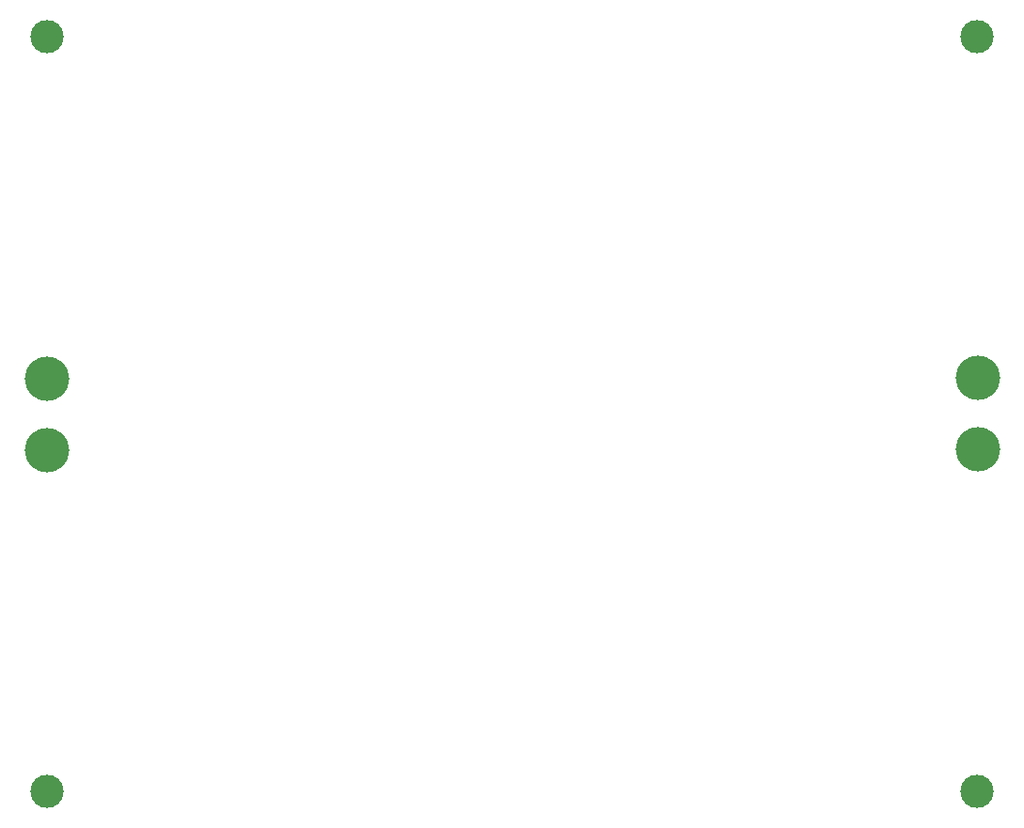
<source format=gbs>
%TF.GenerationSoftware,KiCad,Pcbnew,(6.0.0-rc1-392-g84e0feeee6)*%
%TF.CreationDate,2021-12-10T20:28:18+07:00*%
%TF.ProjectId,Ambino Fan HUB CH552G_Pannelize,416d6269-6e6f-4204-9661-6e2048554220,rev?*%
%TF.SameCoordinates,Original*%
%TF.FileFunction,Soldermask,Bot*%
%TF.FilePolarity,Negative*%
%FSLAX46Y46*%
G04 Gerber Fmt 4.6, Leading zero omitted, Abs format (unit mm)*
G04 Created by KiCad (PCBNEW (6.0.0-rc1-392-g84e0feeee6)) date 2021-12-10 20:28:18*
%MOMM*%
%LPD*%
G01*
G04 APERTURE LIST*
%ADD10C,3.000000*%
%ADD11C,4.000000*%
G04 APERTURE END LIST*
D10*
%TO.C,H23*%
X175770680Y-125326000D03*
%TD*%
D11*
%TO.C,H24*%
X175845680Y-94501000D03*
%TD*%
D10*
%TO.C,H22*%
X92045680Y-125351000D03*
%TD*%
D11*
%TO.C,H21*%
X92020680Y-94576000D03*
%TD*%
%TO.C,H21*%
X175843750Y-88110000D03*
%TD*%
D10*
%TO.C,H22*%
X175818750Y-57335000D03*
%TD*%
%TO.C,H23*%
X92093750Y-57360000D03*
%TD*%
D11*
%TO.C,H24*%
X92018750Y-88185000D03*
%TD*%
M02*

</source>
